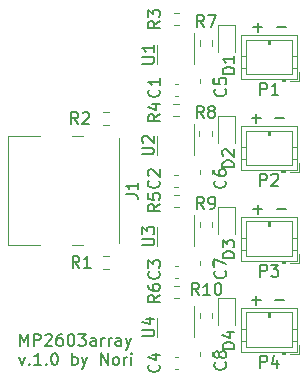
<source format=gto>
G04 #@! TF.GenerationSoftware,KiCad,Pcbnew,7.0.1*
G04 #@! TF.CreationDate,2024-03-07T21:27:49+09:00*
G04 #@! TF.ProjectId,MP2603-array,4d503236-3033-42d6-9172-7261792e6b69,rev?*
G04 #@! TF.SameCoordinates,PX94c5f00PY6bc3e40*
G04 #@! TF.FileFunction,Legend,Top*
G04 #@! TF.FilePolarity,Positive*
%FSLAX46Y46*%
G04 Gerber Fmt 4.6, Leading zero omitted, Abs format (unit mm)*
G04 Created by KiCad (PCBNEW 7.0.1) date 2024-03-07 21:27:49*
%MOMM*%
%LPD*%
G01*
G04 APERTURE LIST*
%ADD10C,0.150000*%
%ADD11C,0.120000*%
G04 APERTURE END LIST*
D10*
X20638095Y22103334D02*
X21400000Y22103334D01*
X21019047Y21722381D02*
X21019047Y22484286D01*
X22638095Y22103334D02*
X23400000Y22103334D01*
X20738095Y29803334D02*
X21500000Y29803334D01*
X21119047Y29422381D02*
X21119047Y30184286D01*
X22738095Y29803334D02*
X23500000Y29803334D01*
X20738095Y14403334D02*
X21500000Y14403334D01*
X21119047Y14022381D02*
X21119047Y14784286D01*
X22738095Y14403334D02*
X23500000Y14403334D01*
X1038095Y2842381D02*
X1038095Y3842381D01*
X1038095Y3842381D02*
X1371428Y3128096D01*
X1371428Y3128096D02*
X1704761Y3842381D01*
X1704761Y3842381D02*
X1704761Y2842381D01*
X2180952Y2842381D02*
X2180952Y3842381D01*
X2180952Y3842381D02*
X2561904Y3842381D01*
X2561904Y3842381D02*
X2657142Y3794762D01*
X2657142Y3794762D02*
X2704761Y3747143D01*
X2704761Y3747143D02*
X2752380Y3651905D01*
X2752380Y3651905D02*
X2752380Y3509048D01*
X2752380Y3509048D02*
X2704761Y3413810D01*
X2704761Y3413810D02*
X2657142Y3366191D01*
X2657142Y3366191D02*
X2561904Y3318572D01*
X2561904Y3318572D02*
X2180952Y3318572D01*
X3133333Y3747143D02*
X3180952Y3794762D01*
X3180952Y3794762D02*
X3276190Y3842381D01*
X3276190Y3842381D02*
X3514285Y3842381D01*
X3514285Y3842381D02*
X3609523Y3794762D01*
X3609523Y3794762D02*
X3657142Y3747143D01*
X3657142Y3747143D02*
X3704761Y3651905D01*
X3704761Y3651905D02*
X3704761Y3556667D01*
X3704761Y3556667D02*
X3657142Y3413810D01*
X3657142Y3413810D02*
X3085714Y2842381D01*
X3085714Y2842381D02*
X3704761Y2842381D01*
X4561904Y3842381D02*
X4371428Y3842381D01*
X4371428Y3842381D02*
X4276190Y3794762D01*
X4276190Y3794762D02*
X4228571Y3747143D01*
X4228571Y3747143D02*
X4133333Y3604286D01*
X4133333Y3604286D02*
X4085714Y3413810D01*
X4085714Y3413810D02*
X4085714Y3032858D01*
X4085714Y3032858D02*
X4133333Y2937620D01*
X4133333Y2937620D02*
X4180952Y2890000D01*
X4180952Y2890000D02*
X4276190Y2842381D01*
X4276190Y2842381D02*
X4466666Y2842381D01*
X4466666Y2842381D02*
X4561904Y2890000D01*
X4561904Y2890000D02*
X4609523Y2937620D01*
X4609523Y2937620D02*
X4657142Y3032858D01*
X4657142Y3032858D02*
X4657142Y3270953D01*
X4657142Y3270953D02*
X4609523Y3366191D01*
X4609523Y3366191D02*
X4561904Y3413810D01*
X4561904Y3413810D02*
X4466666Y3461429D01*
X4466666Y3461429D02*
X4276190Y3461429D01*
X4276190Y3461429D02*
X4180952Y3413810D01*
X4180952Y3413810D02*
X4133333Y3366191D01*
X4133333Y3366191D02*
X4085714Y3270953D01*
X5276190Y3842381D02*
X5371428Y3842381D01*
X5371428Y3842381D02*
X5466666Y3794762D01*
X5466666Y3794762D02*
X5514285Y3747143D01*
X5514285Y3747143D02*
X5561904Y3651905D01*
X5561904Y3651905D02*
X5609523Y3461429D01*
X5609523Y3461429D02*
X5609523Y3223334D01*
X5609523Y3223334D02*
X5561904Y3032858D01*
X5561904Y3032858D02*
X5514285Y2937620D01*
X5514285Y2937620D02*
X5466666Y2890000D01*
X5466666Y2890000D02*
X5371428Y2842381D01*
X5371428Y2842381D02*
X5276190Y2842381D01*
X5276190Y2842381D02*
X5180952Y2890000D01*
X5180952Y2890000D02*
X5133333Y2937620D01*
X5133333Y2937620D02*
X5085714Y3032858D01*
X5085714Y3032858D02*
X5038095Y3223334D01*
X5038095Y3223334D02*
X5038095Y3461429D01*
X5038095Y3461429D02*
X5085714Y3651905D01*
X5085714Y3651905D02*
X5133333Y3747143D01*
X5133333Y3747143D02*
X5180952Y3794762D01*
X5180952Y3794762D02*
X5276190Y3842381D01*
X5942857Y3842381D02*
X6561904Y3842381D01*
X6561904Y3842381D02*
X6228571Y3461429D01*
X6228571Y3461429D02*
X6371428Y3461429D01*
X6371428Y3461429D02*
X6466666Y3413810D01*
X6466666Y3413810D02*
X6514285Y3366191D01*
X6514285Y3366191D02*
X6561904Y3270953D01*
X6561904Y3270953D02*
X6561904Y3032858D01*
X6561904Y3032858D02*
X6514285Y2937620D01*
X6514285Y2937620D02*
X6466666Y2890000D01*
X6466666Y2890000D02*
X6371428Y2842381D01*
X6371428Y2842381D02*
X6085714Y2842381D01*
X6085714Y2842381D02*
X5990476Y2890000D01*
X5990476Y2890000D02*
X5942857Y2937620D01*
X7419047Y2842381D02*
X7419047Y3366191D01*
X7419047Y3366191D02*
X7371428Y3461429D01*
X7371428Y3461429D02*
X7276190Y3509048D01*
X7276190Y3509048D02*
X7085714Y3509048D01*
X7085714Y3509048D02*
X6990476Y3461429D01*
X7419047Y2890000D02*
X7323809Y2842381D01*
X7323809Y2842381D02*
X7085714Y2842381D01*
X7085714Y2842381D02*
X6990476Y2890000D01*
X6990476Y2890000D02*
X6942857Y2985239D01*
X6942857Y2985239D02*
X6942857Y3080477D01*
X6942857Y3080477D02*
X6990476Y3175715D01*
X6990476Y3175715D02*
X7085714Y3223334D01*
X7085714Y3223334D02*
X7323809Y3223334D01*
X7323809Y3223334D02*
X7419047Y3270953D01*
X7895238Y2842381D02*
X7895238Y3509048D01*
X7895238Y3318572D02*
X7942857Y3413810D01*
X7942857Y3413810D02*
X7990476Y3461429D01*
X7990476Y3461429D02*
X8085714Y3509048D01*
X8085714Y3509048D02*
X8180952Y3509048D01*
X8514286Y2842381D02*
X8514286Y3509048D01*
X8514286Y3318572D02*
X8561905Y3413810D01*
X8561905Y3413810D02*
X8609524Y3461429D01*
X8609524Y3461429D02*
X8704762Y3509048D01*
X8704762Y3509048D02*
X8800000Y3509048D01*
X9561905Y2842381D02*
X9561905Y3366191D01*
X9561905Y3366191D02*
X9514286Y3461429D01*
X9514286Y3461429D02*
X9419048Y3509048D01*
X9419048Y3509048D02*
X9228572Y3509048D01*
X9228572Y3509048D02*
X9133334Y3461429D01*
X9561905Y2890000D02*
X9466667Y2842381D01*
X9466667Y2842381D02*
X9228572Y2842381D01*
X9228572Y2842381D02*
X9133334Y2890000D01*
X9133334Y2890000D02*
X9085715Y2985239D01*
X9085715Y2985239D02*
X9085715Y3080477D01*
X9085715Y3080477D02*
X9133334Y3175715D01*
X9133334Y3175715D02*
X9228572Y3223334D01*
X9228572Y3223334D02*
X9466667Y3223334D01*
X9466667Y3223334D02*
X9561905Y3270953D01*
X9942858Y3509048D02*
X10180953Y2842381D01*
X10419048Y3509048D02*
X10180953Y2842381D01*
X10180953Y2842381D02*
X10085715Y2604286D01*
X10085715Y2604286D02*
X10038096Y2556667D01*
X10038096Y2556667D02*
X9942858Y2509048D01*
X942857Y1889048D02*
X1180952Y1222381D01*
X1180952Y1222381D02*
X1419047Y1889048D01*
X1800000Y1317620D02*
X1847619Y1270000D01*
X1847619Y1270000D02*
X1800000Y1222381D01*
X1800000Y1222381D02*
X1752381Y1270000D01*
X1752381Y1270000D02*
X1800000Y1317620D01*
X1800000Y1317620D02*
X1800000Y1222381D01*
X2799999Y1222381D02*
X2228571Y1222381D01*
X2514285Y1222381D02*
X2514285Y2222381D01*
X2514285Y2222381D02*
X2419047Y2079524D01*
X2419047Y2079524D02*
X2323809Y1984286D01*
X2323809Y1984286D02*
X2228571Y1936667D01*
X3228571Y1317620D02*
X3276190Y1270000D01*
X3276190Y1270000D02*
X3228571Y1222381D01*
X3228571Y1222381D02*
X3180952Y1270000D01*
X3180952Y1270000D02*
X3228571Y1317620D01*
X3228571Y1317620D02*
X3228571Y1222381D01*
X3895237Y2222381D02*
X3990475Y2222381D01*
X3990475Y2222381D02*
X4085713Y2174762D01*
X4085713Y2174762D02*
X4133332Y2127143D01*
X4133332Y2127143D02*
X4180951Y2031905D01*
X4180951Y2031905D02*
X4228570Y1841429D01*
X4228570Y1841429D02*
X4228570Y1603334D01*
X4228570Y1603334D02*
X4180951Y1412858D01*
X4180951Y1412858D02*
X4133332Y1317620D01*
X4133332Y1317620D02*
X4085713Y1270000D01*
X4085713Y1270000D02*
X3990475Y1222381D01*
X3990475Y1222381D02*
X3895237Y1222381D01*
X3895237Y1222381D02*
X3799999Y1270000D01*
X3799999Y1270000D02*
X3752380Y1317620D01*
X3752380Y1317620D02*
X3704761Y1412858D01*
X3704761Y1412858D02*
X3657142Y1603334D01*
X3657142Y1603334D02*
X3657142Y1841429D01*
X3657142Y1841429D02*
X3704761Y2031905D01*
X3704761Y2031905D02*
X3752380Y2127143D01*
X3752380Y2127143D02*
X3799999Y2174762D01*
X3799999Y2174762D02*
X3895237Y2222381D01*
X5419047Y1222381D02*
X5419047Y2222381D01*
X5419047Y1841429D02*
X5514285Y1889048D01*
X5514285Y1889048D02*
X5704761Y1889048D01*
X5704761Y1889048D02*
X5799999Y1841429D01*
X5799999Y1841429D02*
X5847618Y1793810D01*
X5847618Y1793810D02*
X5895237Y1698572D01*
X5895237Y1698572D02*
X5895237Y1412858D01*
X5895237Y1412858D02*
X5847618Y1317620D01*
X5847618Y1317620D02*
X5799999Y1270000D01*
X5799999Y1270000D02*
X5704761Y1222381D01*
X5704761Y1222381D02*
X5514285Y1222381D01*
X5514285Y1222381D02*
X5419047Y1270000D01*
X6228571Y1889048D02*
X6466666Y1222381D01*
X6704761Y1889048D02*
X6466666Y1222381D01*
X6466666Y1222381D02*
X6371428Y984286D01*
X6371428Y984286D02*
X6323809Y936667D01*
X6323809Y936667D02*
X6228571Y889048D01*
X7847619Y1222381D02*
X7847619Y2222381D01*
X7847619Y2222381D02*
X8419047Y1222381D01*
X8419047Y1222381D02*
X8419047Y2222381D01*
X9038095Y1222381D02*
X8942857Y1270000D01*
X8942857Y1270000D02*
X8895238Y1317620D01*
X8895238Y1317620D02*
X8847619Y1412858D01*
X8847619Y1412858D02*
X8847619Y1698572D01*
X8847619Y1698572D02*
X8895238Y1793810D01*
X8895238Y1793810D02*
X8942857Y1841429D01*
X8942857Y1841429D02*
X9038095Y1889048D01*
X9038095Y1889048D02*
X9180952Y1889048D01*
X9180952Y1889048D02*
X9276190Y1841429D01*
X9276190Y1841429D02*
X9323809Y1793810D01*
X9323809Y1793810D02*
X9371428Y1698572D01*
X9371428Y1698572D02*
X9371428Y1412858D01*
X9371428Y1412858D02*
X9323809Y1317620D01*
X9323809Y1317620D02*
X9276190Y1270000D01*
X9276190Y1270000D02*
X9180952Y1222381D01*
X9180952Y1222381D02*
X9038095Y1222381D01*
X9800000Y1222381D02*
X9800000Y1889048D01*
X9800000Y1698572D02*
X9847619Y1793810D01*
X9847619Y1793810D02*
X9895238Y1841429D01*
X9895238Y1841429D02*
X9990476Y1889048D01*
X9990476Y1889048D02*
X10085714Y1889048D01*
X10419048Y1222381D02*
X10419048Y1889048D01*
X10419048Y2222381D02*
X10371429Y2174762D01*
X10371429Y2174762D02*
X10419048Y2127143D01*
X10419048Y2127143D02*
X10466667Y2174762D01*
X10466667Y2174762D02*
X10419048Y2222381D01*
X10419048Y2222381D02*
X10419048Y2127143D01*
X20638095Y6703334D02*
X21400000Y6703334D01*
X21019047Y6322381D02*
X21019047Y7084286D01*
X22638095Y6703334D02*
X23400000Y6703334D01*
X18342380Y16833334D02*
X18390000Y16785715D01*
X18390000Y16785715D02*
X18437619Y16642858D01*
X18437619Y16642858D02*
X18437619Y16547620D01*
X18437619Y16547620D02*
X18390000Y16404763D01*
X18390000Y16404763D02*
X18294761Y16309525D01*
X18294761Y16309525D02*
X18199523Y16261906D01*
X18199523Y16261906D02*
X18009047Y16214287D01*
X18009047Y16214287D02*
X17866190Y16214287D01*
X17866190Y16214287D02*
X17675714Y16261906D01*
X17675714Y16261906D02*
X17580476Y16309525D01*
X17580476Y16309525D02*
X17485238Y16404763D01*
X17485238Y16404763D02*
X17437619Y16547620D01*
X17437619Y16547620D02*
X17437619Y16642858D01*
X17437619Y16642858D02*
X17485238Y16785715D01*
X17485238Y16785715D02*
X17532857Y16833334D01*
X17437619Y17690477D02*
X17437619Y17500001D01*
X17437619Y17500001D02*
X17485238Y17404763D01*
X17485238Y17404763D02*
X17532857Y17357144D01*
X17532857Y17357144D02*
X17675714Y17261906D01*
X17675714Y17261906D02*
X17866190Y17214287D01*
X17866190Y17214287D02*
X18247142Y17214287D01*
X18247142Y17214287D02*
X18342380Y17261906D01*
X18342380Y17261906D02*
X18390000Y17309525D01*
X18390000Y17309525D02*
X18437619Y17404763D01*
X18437619Y17404763D02*
X18437619Y17595239D01*
X18437619Y17595239D02*
X18390000Y17690477D01*
X18390000Y17690477D02*
X18342380Y17738096D01*
X18342380Y17738096D02*
X18247142Y17785715D01*
X18247142Y17785715D02*
X18009047Y17785715D01*
X18009047Y17785715D02*
X17913809Y17738096D01*
X17913809Y17738096D02*
X17866190Y17690477D01*
X17866190Y17690477D02*
X17818571Y17595239D01*
X17818571Y17595239D02*
X17818571Y17404763D01*
X17818571Y17404763D02*
X17866190Y17309525D01*
X17866190Y17309525D02*
X17913809Y17261906D01*
X17913809Y17261906D02*
X18009047Y17214287D01*
X12862619Y30333334D02*
X12386428Y30000001D01*
X12862619Y29761906D02*
X11862619Y29761906D01*
X11862619Y29761906D02*
X11862619Y30142858D01*
X11862619Y30142858D02*
X11910238Y30238096D01*
X11910238Y30238096D02*
X11957857Y30285715D01*
X11957857Y30285715D02*
X12053095Y30333334D01*
X12053095Y30333334D02*
X12195952Y30333334D01*
X12195952Y30333334D02*
X12291190Y30285715D01*
X12291190Y30285715D02*
X12338809Y30238096D01*
X12338809Y30238096D02*
X12386428Y30142858D01*
X12386428Y30142858D02*
X12386428Y29761906D01*
X11862619Y30666668D02*
X11862619Y31285715D01*
X11862619Y31285715D02*
X12243571Y30952382D01*
X12243571Y30952382D02*
X12243571Y31095239D01*
X12243571Y31095239D02*
X12291190Y31190477D01*
X12291190Y31190477D02*
X12338809Y31238096D01*
X12338809Y31238096D02*
X12434047Y31285715D01*
X12434047Y31285715D02*
X12672142Y31285715D01*
X12672142Y31285715D02*
X12767380Y31238096D01*
X12767380Y31238096D02*
X12815000Y31190477D01*
X12815000Y31190477D02*
X12862619Y31095239D01*
X12862619Y31095239D02*
X12862619Y30809525D01*
X12862619Y30809525D02*
X12815000Y30714287D01*
X12815000Y30714287D02*
X12767380Y30666668D01*
X19162619Y10261906D02*
X18162619Y10261906D01*
X18162619Y10261906D02*
X18162619Y10500001D01*
X18162619Y10500001D02*
X18210238Y10642858D01*
X18210238Y10642858D02*
X18305476Y10738096D01*
X18305476Y10738096D02*
X18400714Y10785715D01*
X18400714Y10785715D02*
X18591190Y10833334D01*
X18591190Y10833334D02*
X18734047Y10833334D01*
X18734047Y10833334D02*
X18924523Y10785715D01*
X18924523Y10785715D02*
X19019761Y10738096D01*
X19019761Y10738096D02*
X19115000Y10642858D01*
X19115000Y10642858D02*
X19162619Y10500001D01*
X19162619Y10500001D02*
X19162619Y10261906D01*
X18162619Y11166668D02*
X18162619Y11785715D01*
X18162619Y11785715D02*
X18543571Y11452382D01*
X18543571Y11452382D02*
X18543571Y11595239D01*
X18543571Y11595239D02*
X18591190Y11690477D01*
X18591190Y11690477D02*
X18638809Y11738096D01*
X18638809Y11738096D02*
X18734047Y11785715D01*
X18734047Y11785715D02*
X18972142Y11785715D01*
X18972142Y11785715D02*
X19067380Y11738096D01*
X19067380Y11738096D02*
X19115000Y11690477D01*
X19115000Y11690477D02*
X19162619Y11595239D01*
X19162619Y11595239D02*
X19162619Y11309525D01*
X19162619Y11309525D02*
X19115000Y11214287D01*
X19115000Y11214287D02*
X19067380Y11166668D01*
X18367380Y1433334D02*
X18415000Y1385715D01*
X18415000Y1385715D02*
X18462619Y1242858D01*
X18462619Y1242858D02*
X18462619Y1147620D01*
X18462619Y1147620D02*
X18415000Y1004763D01*
X18415000Y1004763D02*
X18319761Y909525D01*
X18319761Y909525D02*
X18224523Y861906D01*
X18224523Y861906D02*
X18034047Y814287D01*
X18034047Y814287D02*
X17891190Y814287D01*
X17891190Y814287D02*
X17700714Y861906D01*
X17700714Y861906D02*
X17605476Y909525D01*
X17605476Y909525D02*
X17510238Y1004763D01*
X17510238Y1004763D02*
X17462619Y1147620D01*
X17462619Y1147620D02*
X17462619Y1242858D01*
X17462619Y1242858D02*
X17510238Y1385715D01*
X17510238Y1385715D02*
X17557857Y1433334D01*
X17891190Y2004763D02*
X17843571Y1909525D01*
X17843571Y1909525D02*
X17795952Y1861906D01*
X17795952Y1861906D02*
X17700714Y1814287D01*
X17700714Y1814287D02*
X17653095Y1814287D01*
X17653095Y1814287D02*
X17557857Y1861906D01*
X17557857Y1861906D02*
X17510238Y1909525D01*
X17510238Y1909525D02*
X17462619Y2004763D01*
X17462619Y2004763D02*
X17462619Y2195239D01*
X17462619Y2195239D02*
X17510238Y2290477D01*
X17510238Y2290477D02*
X17557857Y2338096D01*
X17557857Y2338096D02*
X17653095Y2385715D01*
X17653095Y2385715D02*
X17700714Y2385715D01*
X17700714Y2385715D02*
X17795952Y2338096D01*
X17795952Y2338096D02*
X17843571Y2290477D01*
X17843571Y2290477D02*
X17891190Y2195239D01*
X17891190Y2195239D02*
X17891190Y2004763D01*
X17891190Y2004763D02*
X17938809Y1909525D01*
X17938809Y1909525D02*
X17986428Y1861906D01*
X17986428Y1861906D02*
X18081666Y1814287D01*
X18081666Y1814287D02*
X18272142Y1814287D01*
X18272142Y1814287D02*
X18367380Y1861906D01*
X18367380Y1861906D02*
X18415000Y1909525D01*
X18415000Y1909525D02*
X18462619Y2004763D01*
X18462619Y2004763D02*
X18462619Y2195239D01*
X18462619Y2195239D02*
X18415000Y2290477D01*
X18415000Y2290477D02*
X18367380Y2338096D01*
X18367380Y2338096D02*
X18272142Y2385715D01*
X18272142Y2385715D02*
X18081666Y2385715D01*
X18081666Y2385715D02*
X17986428Y2338096D01*
X17986428Y2338096D02*
X17938809Y2290477D01*
X17938809Y2290477D02*
X17891190Y2195239D01*
X16583333Y29837381D02*
X16250000Y30313572D01*
X16011905Y29837381D02*
X16011905Y30837381D01*
X16011905Y30837381D02*
X16392857Y30837381D01*
X16392857Y30837381D02*
X16488095Y30789762D01*
X16488095Y30789762D02*
X16535714Y30742143D01*
X16535714Y30742143D02*
X16583333Y30646905D01*
X16583333Y30646905D02*
X16583333Y30504048D01*
X16583333Y30504048D02*
X16535714Y30408810D01*
X16535714Y30408810D02*
X16488095Y30361191D01*
X16488095Y30361191D02*
X16392857Y30313572D01*
X16392857Y30313572D02*
X16011905Y30313572D01*
X16916667Y30837381D02*
X17583333Y30837381D01*
X17583333Y30837381D02*
X17154762Y29837381D01*
X6033333Y9437381D02*
X5700000Y9913572D01*
X5461905Y9437381D02*
X5461905Y10437381D01*
X5461905Y10437381D02*
X5842857Y10437381D01*
X5842857Y10437381D02*
X5938095Y10389762D01*
X5938095Y10389762D02*
X5985714Y10342143D01*
X5985714Y10342143D02*
X6033333Y10246905D01*
X6033333Y10246905D02*
X6033333Y10104048D01*
X6033333Y10104048D02*
X5985714Y10008810D01*
X5985714Y10008810D02*
X5938095Y9961191D01*
X5938095Y9961191D02*
X5842857Y9913572D01*
X5842857Y9913572D02*
X5461905Y9913572D01*
X6985714Y9437381D02*
X6414286Y9437381D01*
X6700000Y9437381D02*
X6700000Y10437381D01*
X6700000Y10437381D02*
X6604762Y10294524D01*
X6604762Y10294524D02*
X6509524Y10199286D01*
X6509524Y10199286D02*
X6414286Y10151667D01*
X12862619Y7133334D02*
X12386428Y6800001D01*
X12862619Y6561906D02*
X11862619Y6561906D01*
X11862619Y6561906D02*
X11862619Y6942858D01*
X11862619Y6942858D02*
X11910238Y7038096D01*
X11910238Y7038096D02*
X11957857Y7085715D01*
X11957857Y7085715D02*
X12053095Y7133334D01*
X12053095Y7133334D02*
X12195952Y7133334D01*
X12195952Y7133334D02*
X12291190Y7085715D01*
X12291190Y7085715D02*
X12338809Y7038096D01*
X12338809Y7038096D02*
X12386428Y6942858D01*
X12386428Y6942858D02*
X12386428Y6561906D01*
X11862619Y7990477D02*
X11862619Y7800001D01*
X11862619Y7800001D02*
X11910238Y7704763D01*
X11910238Y7704763D02*
X11957857Y7657144D01*
X11957857Y7657144D02*
X12100714Y7561906D01*
X12100714Y7561906D02*
X12291190Y7514287D01*
X12291190Y7514287D02*
X12672142Y7514287D01*
X12672142Y7514287D02*
X12767380Y7561906D01*
X12767380Y7561906D02*
X12815000Y7609525D01*
X12815000Y7609525D02*
X12862619Y7704763D01*
X12862619Y7704763D02*
X12862619Y7895239D01*
X12862619Y7895239D02*
X12815000Y7990477D01*
X12815000Y7990477D02*
X12767380Y8038096D01*
X12767380Y8038096D02*
X12672142Y8085715D01*
X12672142Y8085715D02*
X12434047Y8085715D01*
X12434047Y8085715D02*
X12338809Y8038096D01*
X12338809Y8038096D02*
X12291190Y7990477D01*
X12291190Y7990477D02*
X12243571Y7895239D01*
X12243571Y7895239D02*
X12243571Y7704763D01*
X12243571Y7704763D02*
X12291190Y7609525D01*
X12291190Y7609525D02*
X12338809Y7561906D01*
X12338809Y7561906D02*
X12434047Y7514287D01*
X12767380Y24533334D02*
X12815000Y24485715D01*
X12815000Y24485715D02*
X12862619Y24342858D01*
X12862619Y24342858D02*
X12862619Y24247620D01*
X12862619Y24247620D02*
X12815000Y24104763D01*
X12815000Y24104763D02*
X12719761Y24009525D01*
X12719761Y24009525D02*
X12624523Y23961906D01*
X12624523Y23961906D02*
X12434047Y23914287D01*
X12434047Y23914287D02*
X12291190Y23914287D01*
X12291190Y23914287D02*
X12100714Y23961906D01*
X12100714Y23961906D02*
X12005476Y24009525D01*
X12005476Y24009525D02*
X11910238Y24104763D01*
X11910238Y24104763D02*
X11862619Y24247620D01*
X11862619Y24247620D02*
X11862619Y24342858D01*
X11862619Y24342858D02*
X11910238Y24485715D01*
X11910238Y24485715D02*
X11957857Y24533334D01*
X12862619Y25485715D02*
X12862619Y24914287D01*
X12862619Y25200001D02*
X11862619Y25200001D01*
X11862619Y25200001D02*
X12005476Y25104763D01*
X12005476Y25104763D02*
X12100714Y25009525D01*
X12100714Y25009525D02*
X12148333Y24914287D01*
X21361905Y994919D02*
X21361905Y1994919D01*
X21361905Y1994919D02*
X21742857Y1994919D01*
X21742857Y1994919D02*
X21838095Y1947300D01*
X21838095Y1947300D02*
X21885714Y1899681D01*
X21885714Y1899681D02*
X21933333Y1804443D01*
X21933333Y1804443D02*
X21933333Y1661586D01*
X21933333Y1661586D02*
X21885714Y1566348D01*
X21885714Y1566348D02*
X21838095Y1518729D01*
X21838095Y1518729D02*
X21742857Y1471110D01*
X21742857Y1471110D02*
X21361905Y1471110D01*
X22790476Y1661586D02*
X22790476Y994919D01*
X22552381Y2042538D02*
X22314286Y1328253D01*
X22314286Y1328253D02*
X22933333Y1328253D01*
X21361905Y24087381D02*
X21361905Y25087381D01*
X21361905Y25087381D02*
X21742857Y25087381D01*
X21742857Y25087381D02*
X21838095Y25039762D01*
X21838095Y25039762D02*
X21885714Y24992143D01*
X21885714Y24992143D02*
X21933333Y24896905D01*
X21933333Y24896905D02*
X21933333Y24754048D01*
X21933333Y24754048D02*
X21885714Y24658810D01*
X21885714Y24658810D02*
X21838095Y24611191D01*
X21838095Y24611191D02*
X21742857Y24563572D01*
X21742857Y24563572D02*
X21361905Y24563572D01*
X22885714Y24087381D02*
X22314286Y24087381D01*
X22600000Y24087381D02*
X22600000Y25087381D01*
X22600000Y25087381D02*
X22504762Y24944524D01*
X22504762Y24944524D02*
X22409524Y24849286D01*
X22409524Y24849286D02*
X22314286Y24801667D01*
X12767380Y1240872D02*
X12815000Y1193253D01*
X12815000Y1193253D02*
X12862619Y1050396D01*
X12862619Y1050396D02*
X12862619Y955158D01*
X12862619Y955158D02*
X12815000Y812301D01*
X12815000Y812301D02*
X12719761Y717063D01*
X12719761Y717063D02*
X12624523Y669444D01*
X12624523Y669444D02*
X12434047Y621825D01*
X12434047Y621825D02*
X12291190Y621825D01*
X12291190Y621825D02*
X12100714Y669444D01*
X12100714Y669444D02*
X12005476Y717063D01*
X12005476Y717063D02*
X11910238Y812301D01*
X11910238Y812301D02*
X11862619Y955158D01*
X11862619Y955158D02*
X11862619Y1050396D01*
X11862619Y1050396D02*
X11910238Y1193253D01*
X11910238Y1193253D02*
X11957857Y1240872D01*
X12195952Y2098015D02*
X12862619Y2098015D01*
X11815000Y1859920D02*
X12529285Y1621825D01*
X12529285Y1621825D02*
X12529285Y2240872D01*
X16583333Y14444919D02*
X16250000Y14921110D01*
X16011905Y14444919D02*
X16011905Y15444919D01*
X16011905Y15444919D02*
X16392857Y15444919D01*
X16392857Y15444919D02*
X16488095Y15397300D01*
X16488095Y15397300D02*
X16535714Y15349681D01*
X16535714Y15349681D02*
X16583333Y15254443D01*
X16583333Y15254443D02*
X16583333Y15111586D01*
X16583333Y15111586D02*
X16535714Y15016348D01*
X16535714Y15016348D02*
X16488095Y14968729D01*
X16488095Y14968729D02*
X16392857Y14921110D01*
X16392857Y14921110D02*
X16011905Y14921110D01*
X17059524Y14444919D02*
X17250000Y14444919D01*
X17250000Y14444919D02*
X17345238Y14492538D01*
X17345238Y14492538D02*
X17392857Y14540158D01*
X17392857Y14540158D02*
X17488095Y14683015D01*
X17488095Y14683015D02*
X17535714Y14873491D01*
X17535714Y14873491D02*
X17535714Y15254443D01*
X17535714Y15254443D02*
X17488095Y15349681D01*
X17488095Y15349681D02*
X17440476Y15397300D01*
X17440476Y15397300D02*
X17345238Y15444919D01*
X17345238Y15444919D02*
X17154762Y15444919D01*
X17154762Y15444919D02*
X17059524Y15397300D01*
X17059524Y15397300D02*
X17011905Y15349681D01*
X17011905Y15349681D02*
X16964286Y15254443D01*
X16964286Y15254443D02*
X16964286Y15016348D01*
X16964286Y15016348D02*
X17011905Y14921110D01*
X17011905Y14921110D02*
X17059524Y14873491D01*
X17059524Y14873491D02*
X17154762Y14825872D01*
X17154762Y14825872D02*
X17345238Y14825872D01*
X17345238Y14825872D02*
X17440476Y14873491D01*
X17440476Y14873491D02*
X17488095Y14921110D01*
X17488095Y14921110D02*
X17535714Y15016348D01*
X19162619Y2561906D02*
X18162619Y2561906D01*
X18162619Y2561906D02*
X18162619Y2800001D01*
X18162619Y2800001D02*
X18210238Y2942858D01*
X18210238Y2942858D02*
X18305476Y3038096D01*
X18305476Y3038096D02*
X18400714Y3085715D01*
X18400714Y3085715D02*
X18591190Y3133334D01*
X18591190Y3133334D02*
X18734047Y3133334D01*
X18734047Y3133334D02*
X18924523Y3085715D01*
X18924523Y3085715D02*
X19019761Y3038096D01*
X19019761Y3038096D02*
X19115000Y2942858D01*
X19115000Y2942858D02*
X19162619Y2800001D01*
X19162619Y2800001D02*
X19162619Y2561906D01*
X18495952Y3990477D02*
X19162619Y3990477D01*
X18115000Y3752382D02*
X18829285Y3514287D01*
X18829285Y3514287D02*
X18829285Y4133334D01*
X11362619Y26738096D02*
X12172142Y26738096D01*
X12172142Y26738096D02*
X12267380Y26785715D01*
X12267380Y26785715D02*
X12315000Y26833334D01*
X12315000Y26833334D02*
X12362619Y26928572D01*
X12362619Y26928572D02*
X12362619Y27119048D01*
X12362619Y27119048D02*
X12315000Y27214286D01*
X12315000Y27214286D02*
X12267380Y27261905D01*
X12267380Y27261905D02*
X12172142Y27309524D01*
X12172142Y27309524D02*
X11362619Y27309524D01*
X12362619Y28309524D02*
X12362619Y27738096D01*
X12362619Y28023810D02*
X11362619Y28023810D01*
X11362619Y28023810D02*
X11505476Y27928572D01*
X11505476Y27928572D02*
X11600714Y27833334D01*
X11600714Y27833334D02*
X11648333Y27738096D01*
X16157142Y7137381D02*
X15823809Y7613572D01*
X15585714Y7137381D02*
X15585714Y8137381D01*
X15585714Y8137381D02*
X15966666Y8137381D01*
X15966666Y8137381D02*
X16061904Y8089762D01*
X16061904Y8089762D02*
X16109523Y8042143D01*
X16109523Y8042143D02*
X16157142Y7946905D01*
X16157142Y7946905D02*
X16157142Y7804048D01*
X16157142Y7804048D02*
X16109523Y7708810D01*
X16109523Y7708810D02*
X16061904Y7661191D01*
X16061904Y7661191D02*
X15966666Y7613572D01*
X15966666Y7613572D02*
X15585714Y7613572D01*
X17109523Y7137381D02*
X16538095Y7137381D01*
X16823809Y7137381D02*
X16823809Y8137381D01*
X16823809Y8137381D02*
X16728571Y7994524D01*
X16728571Y7994524D02*
X16633333Y7899286D01*
X16633333Y7899286D02*
X16538095Y7851667D01*
X17728571Y8137381D02*
X17823809Y8137381D01*
X17823809Y8137381D02*
X17919047Y8089762D01*
X17919047Y8089762D02*
X17966666Y8042143D01*
X17966666Y8042143D02*
X18014285Y7946905D01*
X18014285Y7946905D02*
X18061904Y7756429D01*
X18061904Y7756429D02*
X18061904Y7518334D01*
X18061904Y7518334D02*
X18014285Y7327858D01*
X18014285Y7327858D02*
X17966666Y7232620D01*
X17966666Y7232620D02*
X17919047Y7185000D01*
X17919047Y7185000D02*
X17823809Y7137381D01*
X17823809Y7137381D02*
X17728571Y7137381D01*
X17728571Y7137381D02*
X17633333Y7185000D01*
X17633333Y7185000D02*
X17585714Y7232620D01*
X17585714Y7232620D02*
X17538095Y7327858D01*
X17538095Y7327858D02*
X17490476Y7518334D01*
X17490476Y7518334D02*
X17490476Y7756429D01*
X17490476Y7756429D02*
X17538095Y7946905D01*
X17538095Y7946905D02*
X17585714Y8042143D01*
X17585714Y8042143D02*
X17633333Y8089762D01*
X17633333Y8089762D02*
X17728571Y8137381D01*
X21336905Y16394919D02*
X21336905Y17394919D01*
X21336905Y17394919D02*
X21717857Y17394919D01*
X21717857Y17394919D02*
X21813095Y17347300D01*
X21813095Y17347300D02*
X21860714Y17299681D01*
X21860714Y17299681D02*
X21908333Y17204443D01*
X21908333Y17204443D02*
X21908333Y17061586D01*
X21908333Y17061586D02*
X21860714Y16966348D01*
X21860714Y16966348D02*
X21813095Y16918729D01*
X21813095Y16918729D02*
X21717857Y16871110D01*
X21717857Y16871110D02*
X21336905Y16871110D01*
X22289286Y17299681D02*
X22336905Y17347300D01*
X22336905Y17347300D02*
X22432143Y17394919D01*
X22432143Y17394919D02*
X22670238Y17394919D01*
X22670238Y17394919D02*
X22765476Y17347300D01*
X22765476Y17347300D02*
X22813095Y17299681D01*
X22813095Y17299681D02*
X22860714Y17204443D01*
X22860714Y17204443D02*
X22860714Y17109205D01*
X22860714Y17109205D02*
X22813095Y16966348D01*
X22813095Y16966348D02*
X22241667Y16394919D01*
X22241667Y16394919D02*
X22860714Y16394919D01*
X12767380Y9133334D02*
X12815000Y9085715D01*
X12815000Y9085715D02*
X12862619Y8942858D01*
X12862619Y8942858D02*
X12862619Y8847620D01*
X12862619Y8847620D02*
X12815000Y8704763D01*
X12815000Y8704763D02*
X12719761Y8609525D01*
X12719761Y8609525D02*
X12624523Y8561906D01*
X12624523Y8561906D02*
X12434047Y8514287D01*
X12434047Y8514287D02*
X12291190Y8514287D01*
X12291190Y8514287D02*
X12100714Y8561906D01*
X12100714Y8561906D02*
X12005476Y8609525D01*
X12005476Y8609525D02*
X11910238Y8704763D01*
X11910238Y8704763D02*
X11862619Y8847620D01*
X11862619Y8847620D02*
X11862619Y8942858D01*
X11862619Y8942858D02*
X11910238Y9085715D01*
X11910238Y9085715D02*
X11957857Y9133334D01*
X11862619Y9466668D02*
X11862619Y10085715D01*
X11862619Y10085715D02*
X12243571Y9752382D01*
X12243571Y9752382D02*
X12243571Y9895239D01*
X12243571Y9895239D02*
X12291190Y9990477D01*
X12291190Y9990477D02*
X12338809Y10038096D01*
X12338809Y10038096D02*
X12434047Y10085715D01*
X12434047Y10085715D02*
X12672142Y10085715D01*
X12672142Y10085715D02*
X12767380Y10038096D01*
X12767380Y10038096D02*
X12815000Y9990477D01*
X12815000Y9990477D02*
X12862619Y9895239D01*
X12862619Y9895239D02*
X12862619Y9609525D01*
X12862619Y9609525D02*
X12815000Y9514287D01*
X12815000Y9514287D02*
X12767380Y9466668D01*
X12742380Y16833334D02*
X12790000Y16785715D01*
X12790000Y16785715D02*
X12837619Y16642858D01*
X12837619Y16642858D02*
X12837619Y16547620D01*
X12837619Y16547620D02*
X12790000Y16404763D01*
X12790000Y16404763D02*
X12694761Y16309525D01*
X12694761Y16309525D02*
X12599523Y16261906D01*
X12599523Y16261906D02*
X12409047Y16214287D01*
X12409047Y16214287D02*
X12266190Y16214287D01*
X12266190Y16214287D02*
X12075714Y16261906D01*
X12075714Y16261906D02*
X11980476Y16309525D01*
X11980476Y16309525D02*
X11885238Y16404763D01*
X11885238Y16404763D02*
X11837619Y16547620D01*
X11837619Y16547620D02*
X11837619Y16642858D01*
X11837619Y16642858D02*
X11885238Y16785715D01*
X11885238Y16785715D02*
X11932857Y16833334D01*
X11932857Y17214287D02*
X11885238Y17261906D01*
X11885238Y17261906D02*
X11837619Y17357144D01*
X11837619Y17357144D02*
X11837619Y17595239D01*
X11837619Y17595239D02*
X11885238Y17690477D01*
X11885238Y17690477D02*
X11932857Y17738096D01*
X11932857Y17738096D02*
X12028095Y17785715D01*
X12028095Y17785715D02*
X12123333Y17785715D01*
X12123333Y17785715D02*
X12266190Y17738096D01*
X12266190Y17738096D02*
X12837619Y17166668D01*
X12837619Y17166668D02*
X12837619Y17785715D01*
X16558333Y22144919D02*
X16225000Y22621110D01*
X15986905Y22144919D02*
X15986905Y23144919D01*
X15986905Y23144919D02*
X16367857Y23144919D01*
X16367857Y23144919D02*
X16463095Y23097300D01*
X16463095Y23097300D02*
X16510714Y23049681D01*
X16510714Y23049681D02*
X16558333Y22954443D01*
X16558333Y22954443D02*
X16558333Y22811586D01*
X16558333Y22811586D02*
X16510714Y22716348D01*
X16510714Y22716348D02*
X16463095Y22668729D01*
X16463095Y22668729D02*
X16367857Y22621110D01*
X16367857Y22621110D02*
X15986905Y22621110D01*
X17129762Y22716348D02*
X17034524Y22763967D01*
X17034524Y22763967D02*
X16986905Y22811586D01*
X16986905Y22811586D02*
X16939286Y22906824D01*
X16939286Y22906824D02*
X16939286Y22954443D01*
X16939286Y22954443D02*
X16986905Y23049681D01*
X16986905Y23049681D02*
X17034524Y23097300D01*
X17034524Y23097300D02*
X17129762Y23144919D01*
X17129762Y23144919D02*
X17320238Y23144919D01*
X17320238Y23144919D02*
X17415476Y23097300D01*
X17415476Y23097300D02*
X17463095Y23049681D01*
X17463095Y23049681D02*
X17510714Y22954443D01*
X17510714Y22954443D02*
X17510714Y22906824D01*
X17510714Y22906824D02*
X17463095Y22811586D01*
X17463095Y22811586D02*
X17415476Y22763967D01*
X17415476Y22763967D02*
X17320238Y22716348D01*
X17320238Y22716348D02*
X17129762Y22716348D01*
X17129762Y22716348D02*
X17034524Y22668729D01*
X17034524Y22668729D02*
X16986905Y22621110D01*
X16986905Y22621110D02*
X16939286Y22525872D01*
X16939286Y22525872D02*
X16939286Y22335396D01*
X16939286Y22335396D02*
X16986905Y22240158D01*
X16986905Y22240158D02*
X17034524Y22192538D01*
X17034524Y22192538D02*
X17129762Y22144919D01*
X17129762Y22144919D02*
X17320238Y22144919D01*
X17320238Y22144919D02*
X17415476Y22192538D01*
X17415476Y22192538D02*
X17463095Y22240158D01*
X17463095Y22240158D02*
X17510714Y22335396D01*
X17510714Y22335396D02*
X17510714Y22525872D01*
X17510714Y22525872D02*
X17463095Y22621110D01*
X17463095Y22621110D02*
X17415476Y22668729D01*
X17415476Y22668729D02*
X17320238Y22716348D01*
X21361905Y8694919D02*
X21361905Y9694919D01*
X21361905Y9694919D02*
X21742857Y9694919D01*
X21742857Y9694919D02*
X21838095Y9647300D01*
X21838095Y9647300D02*
X21885714Y9599681D01*
X21885714Y9599681D02*
X21933333Y9504443D01*
X21933333Y9504443D02*
X21933333Y9361586D01*
X21933333Y9361586D02*
X21885714Y9266348D01*
X21885714Y9266348D02*
X21838095Y9218729D01*
X21838095Y9218729D02*
X21742857Y9171110D01*
X21742857Y9171110D02*
X21361905Y9171110D01*
X22266667Y9694919D02*
X22885714Y9694919D01*
X22885714Y9694919D02*
X22552381Y9313967D01*
X22552381Y9313967D02*
X22695238Y9313967D01*
X22695238Y9313967D02*
X22790476Y9266348D01*
X22790476Y9266348D02*
X22838095Y9218729D01*
X22838095Y9218729D02*
X22885714Y9123491D01*
X22885714Y9123491D02*
X22885714Y8885396D01*
X22885714Y8885396D02*
X22838095Y8790158D01*
X22838095Y8790158D02*
X22790476Y8742538D01*
X22790476Y8742538D02*
X22695238Y8694919D01*
X22695238Y8694919D02*
X22409524Y8694919D01*
X22409524Y8694919D02*
X22314286Y8742538D01*
X22314286Y8742538D02*
X22266667Y8790158D01*
X19137619Y17961906D02*
X18137619Y17961906D01*
X18137619Y17961906D02*
X18137619Y18200001D01*
X18137619Y18200001D02*
X18185238Y18342858D01*
X18185238Y18342858D02*
X18280476Y18438096D01*
X18280476Y18438096D02*
X18375714Y18485715D01*
X18375714Y18485715D02*
X18566190Y18533334D01*
X18566190Y18533334D02*
X18709047Y18533334D01*
X18709047Y18533334D02*
X18899523Y18485715D01*
X18899523Y18485715D02*
X18994761Y18438096D01*
X18994761Y18438096D02*
X19090000Y18342858D01*
X19090000Y18342858D02*
X19137619Y18200001D01*
X19137619Y18200001D02*
X19137619Y17961906D01*
X18232857Y18914287D02*
X18185238Y18961906D01*
X18185238Y18961906D02*
X18137619Y19057144D01*
X18137619Y19057144D02*
X18137619Y19295239D01*
X18137619Y19295239D02*
X18185238Y19390477D01*
X18185238Y19390477D02*
X18232857Y19438096D01*
X18232857Y19438096D02*
X18328095Y19485715D01*
X18328095Y19485715D02*
X18423333Y19485715D01*
X18423333Y19485715D02*
X18566190Y19438096D01*
X18566190Y19438096D02*
X19137619Y18866668D01*
X19137619Y18866668D02*
X19137619Y19485715D01*
X11337619Y19045634D02*
X12147142Y19045634D01*
X12147142Y19045634D02*
X12242380Y19093253D01*
X12242380Y19093253D02*
X12290000Y19140872D01*
X12290000Y19140872D02*
X12337619Y19236110D01*
X12337619Y19236110D02*
X12337619Y19426586D01*
X12337619Y19426586D02*
X12290000Y19521824D01*
X12290000Y19521824D02*
X12242380Y19569443D01*
X12242380Y19569443D02*
X12147142Y19617062D01*
X12147142Y19617062D02*
X11337619Y19617062D01*
X11432857Y20045634D02*
X11385238Y20093253D01*
X11385238Y20093253D02*
X11337619Y20188491D01*
X11337619Y20188491D02*
X11337619Y20426586D01*
X11337619Y20426586D02*
X11385238Y20521824D01*
X11385238Y20521824D02*
X11432857Y20569443D01*
X11432857Y20569443D02*
X11528095Y20617062D01*
X11528095Y20617062D02*
X11623333Y20617062D01*
X11623333Y20617062D02*
X11766190Y20569443D01*
X11766190Y20569443D02*
X12337619Y19998015D01*
X12337619Y19998015D02*
X12337619Y20617062D01*
X5933333Y21637381D02*
X5600000Y22113572D01*
X5361905Y21637381D02*
X5361905Y22637381D01*
X5361905Y22637381D02*
X5742857Y22637381D01*
X5742857Y22637381D02*
X5838095Y22589762D01*
X5838095Y22589762D02*
X5885714Y22542143D01*
X5885714Y22542143D02*
X5933333Y22446905D01*
X5933333Y22446905D02*
X5933333Y22304048D01*
X5933333Y22304048D02*
X5885714Y22208810D01*
X5885714Y22208810D02*
X5838095Y22161191D01*
X5838095Y22161191D02*
X5742857Y22113572D01*
X5742857Y22113572D02*
X5361905Y22113572D01*
X6314286Y22542143D02*
X6361905Y22589762D01*
X6361905Y22589762D02*
X6457143Y22637381D01*
X6457143Y22637381D02*
X6695238Y22637381D01*
X6695238Y22637381D02*
X6790476Y22589762D01*
X6790476Y22589762D02*
X6838095Y22542143D01*
X6838095Y22542143D02*
X6885714Y22446905D01*
X6885714Y22446905D02*
X6885714Y22351667D01*
X6885714Y22351667D02*
X6838095Y22208810D01*
X6838095Y22208810D02*
X6266667Y21637381D01*
X6266667Y21637381D02*
X6885714Y21637381D01*
X19162619Y25861906D02*
X18162619Y25861906D01*
X18162619Y25861906D02*
X18162619Y26100001D01*
X18162619Y26100001D02*
X18210238Y26242858D01*
X18210238Y26242858D02*
X18305476Y26338096D01*
X18305476Y26338096D02*
X18400714Y26385715D01*
X18400714Y26385715D02*
X18591190Y26433334D01*
X18591190Y26433334D02*
X18734047Y26433334D01*
X18734047Y26433334D02*
X18924523Y26385715D01*
X18924523Y26385715D02*
X19019761Y26338096D01*
X19019761Y26338096D02*
X19115000Y26242858D01*
X19115000Y26242858D02*
X19162619Y26100001D01*
X19162619Y26100001D02*
X19162619Y25861906D01*
X19162619Y27385715D02*
X19162619Y26814287D01*
X19162619Y27100001D02*
X18162619Y27100001D01*
X18162619Y27100001D02*
X18305476Y27004763D01*
X18305476Y27004763D02*
X18400714Y26909525D01*
X18400714Y26909525D02*
X18448333Y26814287D01*
X18367380Y9190872D02*
X18415000Y9143253D01*
X18415000Y9143253D02*
X18462619Y9000396D01*
X18462619Y9000396D02*
X18462619Y8905158D01*
X18462619Y8905158D02*
X18415000Y8762301D01*
X18415000Y8762301D02*
X18319761Y8667063D01*
X18319761Y8667063D02*
X18224523Y8619444D01*
X18224523Y8619444D02*
X18034047Y8571825D01*
X18034047Y8571825D02*
X17891190Y8571825D01*
X17891190Y8571825D02*
X17700714Y8619444D01*
X17700714Y8619444D02*
X17605476Y8667063D01*
X17605476Y8667063D02*
X17510238Y8762301D01*
X17510238Y8762301D02*
X17462619Y8905158D01*
X17462619Y8905158D02*
X17462619Y9000396D01*
X17462619Y9000396D02*
X17510238Y9143253D01*
X17510238Y9143253D02*
X17557857Y9190872D01*
X17462619Y9524206D02*
X17462619Y10190872D01*
X17462619Y10190872D02*
X18462619Y9762301D01*
X11362619Y11345634D02*
X12172142Y11345634D01*
X12172142Y11345634D02*
X12267380Y11393253D01*
X12267380Y11393253D02*
X12315000Y11440872D01*
X12315000Y11440872D02*
X12362619Y11536110D01*
X12362619Y11536110D02*
X12362619Y11726586D01*
X12362619Y11726586D02*
X12315000Y11821824D01*
X12315000Y11821824D02*
X12267380Y11869443D01*
X12267380Y11869443D02*
X12172142Y11917062D01*
X12172142Y11917062D02*
X11362619Y11917062D01*
X11362619Y12298015D02*
X11362619Y12917062D01*
X11362619Y12917062D02*
X11743571Y12583729D01*
X11743571Y12583729D02*
X11743571Y12726586D01*
X11743571Y12726586D02*
X11791190Y12821824D01*
X11791190Y12821824D02*
X11838809Y12869443D01*
X11838809Y12869443D02*
X11934047Y12917062D01*
X11934047Y12917062D02*
X12172142Y12917062D01*
X12172142Y12917062D02*
X12267380Y12869443D01*
X12267380Y12869443D02*
X12315000Y12821824D01*
X12315000Y12821824D02*
X12362619Y12726586D01*
X12362619Y12726586D02*
X12362619Y12440872D01*
X12362619Y12440872D02*
X12315000Y12345634D01*
X12315000Y12345634D02*
X12267380Y12298015D01*
X9987619Y15666667D02*
X10701904Y15666667D01*
X10701904Y15666667D02*
X10844761Y15619048D01*
X10844761Y15619048D02*
X10940000Y15523810D01*
X10940000Y15523810D02*
X10987619Y15380953D01*
X10987619Y15380953D02*
X10987619Y15285715D01*
X10987619Y16666667D02*
X10987619Y16095239D01*
X10987619Y16380953D02*
X9987619Y16380953D01*
X9987619Y16380953D02*
X10130476Y16285715D01*
X10130476Y16285715D02*
X10225714Y16190477D01*
X10225714Y16190477D02*
X10273333Y16095239D01*
X18367380Y24583334D02*
X18415000Y24535715D01*
X18415000Y24535715D02*
X18462619Y24392858D01*
X18462619Y24392858D02*
X18462619Y24297620D01*
X18462619Y24297620D02*
X18415000Y24154763D01*
X18415000Y24154763D02*
X18319761Y24059525D01*
X18319761Y24059525D02*
X18224523Y24011906D01*
X18224523Y24011906D02*
X18034047Y23964287D01*
X18034047Y23964287D02*
X17891190Y23964287D01*
X17891190Y23964287D02*
X17700714Y24011906D01*
X17700714Y24011906D02*
X17605476Y24059525D01*
X17605476Y24059525D02*
X17510238Y24154763D01*
X17510238Y24154763D02*
X17462619Y24297620D01*
X17462619Y24297620D02*
X17462619Y24392858D01*
X17462619Y24392858D02*
X17510238Y24535715D01*
X17510238Y24535715D02*
X17557857Y24583334D01*
X17462619Y25488096D02*
X17462619Y25011906D01*
X17462619Y25011906D02*
X17938809Y24964287D01*
X17938809Y24964287D02*
X17891190Y25011906D01*
X17891190Y25011906D02*
X17843571Y25107144D01*
X17843571Y25107144D02*
X17843571Y25345239D01*
X17843571Y25345239D02*
X17891190Y25440477D01*
X17891190Y25440477D02*
X17938809Y25488096D01*
X17938809Y25488096D02*
X18034047Y25535715D01*
X18034047Y25535715D02*
X18272142Y25535715D01*
X18272142Y25535715D02*
X18367380Y25488096D01*
X18367380Y25488096D02*
X18415000Y25440477D01*
X18415000Y25440477D02*
X18462619Y25345239D01*
X18462619Y25345239D02*
X18462619Y25107144D01*
X18462619Y25107144D02*
X18415000Y25011906D01*
X18415000Y25011906D02*
X18367380Y24964287D01*
X12862619Y22433334D02*
X12386428Y22100001D01*
X12862619Y21861906D02*
X11862619Y21861906D01*
X11862619Y21861906D02*
X11862619Y22242858D01*
X11862619Y22242858D02*
X11910238Y22338096D01*
X11910238Y22338096D02*
X11957857Y22385715D01*
X11957857Y22385715D02*
X12053095Y22433334D01*
X12053095Y22433334D02*
X12195952Y22433334D01*
X12195952Y22433334D02*
X12291190Y22385715D01*
X12291190Y22385715D02*
X12338809Y22338096D01*
X12338809Y22338096D02*
X12386428Y22242858D01*
X12386428Y22242858D02*
X12386428Y21861906D01*
X12195952Y23290477D02*
X12862619Y23290477D01*
X11815000Y23052382D02*
X12529285Y22814287D01*
X12529285Y22814287D02*
X12529285Y23433334D01*
X11362619Y3645634D02*
X12172142Y3645634D01*
X12172142Y3645634D02*
X12267380Y3693253D01*
X12267380Y3693253D02*
X12315000Y3740872D01*
X12315000Y3740872D02*
X12362619Y3836110D01*
X12362619Y3836110D02*
X12362619Y4026586D01*
X12362619Y4026586D02*
X12315000Y4121824D01*
X12315000Y4121824D02*
X12267380Y4169443D01*
X12267380Y4169443D02*
X12172142Y4217062D01*
X12172142Y4217062D02*
X11362619Y4217062D01*
X11695952Y5121824D02*
X12362619Y5121824D01*
X11315000Y4883729D02*
X12029285Y4645634D01*
X12029285Y4645634D02*
X12029285Y5264681D01*
X12862619Y14833334D02*
X12386428Y14500001D01*
X12862619Y14261906D02*
X11862619Y14261906D01*
X11862619Y14261906D02*
X11862619Y14642858D01*
X11862619Y14642858D02*
X11910238Y14738096D01*
X11910238Y14738096D02*
X11957857Y14785715D01*
X11957857Y14785715D02*
X12053095Y14833334D01*
X12053095Y14833334D02*
X12195952Y14833334D01*
X12195952Y14833334D02*
X12291190Y14785715D01*
X12291190Y14785715D02*
X12338809Y14738096D01*
X12338809Y14738096D02*
X12386428Y14642858D01*
X12386428Y14642858D02*
X12386428Y14261906D01*
X11862619Y15738096D02*
X11862619Y15261906D01*
X11862619Y15261906D02*
X12338809Y15214287D01*
X12338809Y15214287D02*
X12291190Y15261906D01*
X12291190Y15261906D02*
X12243571Y15357144D01*
X12243571Y15357144D02*
X12243571Y15595239D01*
X12243571Y15595239D02*
X12291190Y15690477D01*
X12291190Y15690477D02*
X12338809Y15738096D01*
X12338809Y15738096D02*
X12434047Y15785715D01*
X12434047Y15785715D02*
X12672142Y15785715D01*
X12672142Y15785715D02*
X12767380Y15738096D01*
X12767380Y15738096D02*
X12815000Y15690477D01*
X12815000Y15690477D02*
X12862619Y15595239D01*
X12862619Y15595239D02*
X12862619Y15357144D01*
X12862619Y15357144D02*
X12815000Y15261906D01*
X12815000Y15261906D02*
X12767380Y15214287D01*
D11*
X17235000Y17698118D02*
X17235000Y17416958D01*
X16215000Y17698118D02*
X16215000Y17416958D01*
X14012742Y31022500D02*
X14487258Y31022500D01*
X14012742Y29977500D02*
X14487258Y29977500D01*
X19235000Y14592538D02*
X17765000Y14592538D01*
X17765000Y14592538D02*
X17765000Y12307538D01*
X19235000Y12307538D02*
X19235000Y14592538D01*
X17260000Y2298118D02*
X17260000Y2016958D01*
X16240000Y2298118D02*
X16240000Y2016958D01*
X16227500Y28262742D02*
X16227500Y28737258D01*
X17272500Y28262742D02*
X17272500Y28737258D01*
X8062742Y10422500D02*
X8537258Y10422500D01*
X8062742Y9377500D02*
X8537258Y9377500D01*
X14012742Y7930038D02*
X14487258Y7930038D01*
X14012742Y6885038D02*
X14487258Y6885038D01*
X14109420Y25010000D02*
X14390580Y25010000D01*
X14109420Y23990000D02*
X14390580Y23990000D01*
X24660000Y2147538D02*
X24660000Y2947538D01*
X24460000Y2347538D02*
X24460000Y6067538D01*
X24460000Y3257538D02*
X24060000Y3257538D01*
X24460000Y4257538D02*
X24060000Y4257538D01*
X24460000Y6067538D02*
X19740000Y6067538D01*
X24060000Y2747538D02*
X24060000Y5667538D01*
X24060000Y5667538D02*
X20140000Y5667538D01*
X23860000Y2147538D02*
X24660000Y2147538D01*
X23450000Y2147538D02*
X23450000Y2347538D01*
X23150000Y2147538D02*
X23450000Y2147538D01*
X23150000Y2247538D02*
X23450000Y2247538D01*
X23150000Y2347538D02*
X23150000Y2147538D01*
X22200000Y5267538D02*
X22000000Y5267538D01*
X22200000Y5667538D02*
X22200000Y5267538D01*
X22100000Y5667538D02*
X22100000Y5267538D01*
X22000000Y5267538D02*
X22000000Y5667538D01*
X20140000Y2747538D02*
X24060000Y2747538D01*
X20140000Y5667538D02*
X20140000Y2747538D01*
X19740000Y2347538D02*
X24460000Y2347538D01*
X19740000Y3257538D02*
X20140000Y3257538D01*
X19740000Y4257538D02*
X20140000Y4257538D01*
X19740000Y6067538D02*
X19740000Y2347538D01*
X24660000Y25240000D02*
X24660000Y26040000D01*
X24460000Y25440000D02*
X24460000Y29160000D01*
X24460000Y26350000D02*
X24060000Y26350000D01*
X24460000Y27350000D02*
X24060000Y27350000D01*
X24460000Y29160000D02*
X19740000Y29160000D01*
X24060000Y25840000D02*
X24060000Y28760000D01*
X24060000Y28760000D02*
X20140000Y28760000D01*
X23860000Y25240000D02*
X24660000Y25240000D01*
X23450000Y25240000D02*
X23450000Y25440000D01*
X23150000Y25240000D02*
X23450000Y25240000D01*
X23150000Y25340000D02*
X23450000Y25340000D01*
X23150000Y25440000D02*
X23150000Y25240000D01*
X22200000Y28360000D02*
X22000000Y28360000D01*
X22200000Y28760000D02*
X22200000Y28360000D01*
X22100000Y28760000D02*
X22100000Y28360000D01*
X22000000Y28360000D02*
X22000000Y28760000D01*
X20140000Y25840000D02*
X24060000Y25840000D01*
X20140000Y28760000D02*
X20140000Y25840000D01*
X19740000Y25440000D02*
X24460000Y25440000D01*
X19740000Y26350000D02*
X20140000Y26350000D01*
X19740000Y27350000D02*
X20140000Y27350000D01*
X19740000Y29160000D02*
X19740000Y25440000D01*
X14109420Y1917538D02*
X14390580Y1917538D01*
X14109420Y897538D02*
X14390580Y897538D01*
X16227500Y12870280D02*
X16227500Y13344796D01*
X17272500Y12870280D02*
X17272500Y13344796D01*
X19235000Y6892538D02*
X17765000Y6892538D01*
X17765000Y6892538D02*
X17765000Y4607538D01*
X19235000Y4607538D02*
X19235000Y6892538D01*
X15735000Y27500000D02*
X15735000Y29300000D01*
X15735000Y27500000D02*
X15735000Y26700000D01*
X12615000Y27500000D02*
X12615000Y28300000D01*
X12615000Y27500000D02*
X12615000Y26700000D01*
X16227500Y5170280D02*
X16227500Y5644796D01*
X17272500Y5170280D02*
X17272500Y5644796D01*
X24635000Y17547538D02*
X24635000Y18347538D01*
X24435000Y17747538D02*
X24435000Y21467538D01*
X24435000Y18657538D02*
X24035000Y18657538D01*
X24435000Y19657538D02*
X24035000Y19657538D01*
X24435000Y21467538D02*
X19715000Y21467538D01*
X24035000Y18147538D02*
X24035000Y21067538D01*
X24035000Y21067538D02*
X20115000Y21067538D01*
X23835000Y17547538D02*
X24635000Y17547538D01*
X23425000Y17547538D02*
X23425000Y17747538D01*
X23125000Y17547538D02*
X23425000Y17547538D01*
X23125000Y17647538D02*
X23425000Y17647538D01*
X23125000Y17747538D02*
X23125000Y17547538D01*
X22175000Y20667538D02*
X21975000Y20667538D01*
X22175000Y21067538D02*
X22175000Y20667538D01*
X22075000Y21067538D02*
X22075000Y20667538D01*
X21975000Y20667538D02*
X21975000Y21067538D01*
X20115000Y18147538D02*
X24035000Y18147538D01*
X20115000Y21067538D02*
X20115000Y18147538D01*
X19715000Y17747538D02*
X24435000Y17747538D01*
X19715000Y18657538D02*
X20115000Y18657538D01*
X19715000Y19657538D02*
X20115000Y19657538D01*
X19715000Y21467538D02*
X19715000Y17747538D01*
X14109420Y9617538D02*
X14390580Y9617538D01*
X14109420Y8597538D02*
X14390580Y8597538D01*
X14084420Y17317538D02*
X14365580Y17317538D01*
X14084420Y16297538D02*
X14365580Y16297538D01*
X16202500Y20570280D02*
X16202500Y21044796D01*
X17247500Y20570280D02*
X17247500Y21044796D01*
X24660000Y9847538D02*
X24660000Y10647538D01*
X24460000Y10047538D02*
X24460000Y13767538D01*
X24460000Y10957538D02*
X24060000Y10957538D01*
X24460000Y11957538D02*
X24060000Y11957538D01*
X24460000Y13767538D02*
X19740000Y13767538D01*
X24060000Y10447538D02*
X24060000Y13367538D01*
X24060000Y13367538D02*
X20140000Y13367538D01*
X23860000Y9847538D02*
X24660000Y9847538D01*
X23450000Y9847538D02*
X23450000Y10047538D01*
X23150000Y9847538D02*
X23450000Y9847538D01*
X23150000Y9947538D02*
X23450000Y9947538D01*
X23150000Y10047538D02*
X23150000Y9847538D01*
X22200000Y12967538D02*
X22000000Y12967538D01*
X22200000Y13367538D02*
X22200000Y12967538D01*
X22100000Y13367538D02*
X22100000Y12967538D01*
X22000000Y12967538D02*
X22000000Y13367538D01*
X20140000Y10447538D02*
X24060000Y10447538D01*
X20140000Y13367538D02*
X20140000Y10447538D01*
X19740000Y10047538D02*
X24460000Y10047538D01*
X19740000Y10957538D02*
X20140000Y10957538D01*
X19740000Y11957538D02*
X20140000Y11957538D01*
X19740000Y13767538D02*
X19740000Y10047538D01*
X19210000Y22292538D02*
X17740000Y22292538D01*
X17740000Y22292538D02*
X17740000Y20007538D01*
X19210000Y20007538D02*
X19210000Y22292538D01*
X15710000Y19807538D02*
X15710000Y21607538D01*
X15710000Y19807538D02*
X15710000Y19007538D01*
X12590000Y19807538D02*
X12590000Y20607538D01*
X12590000Y19807538D02*
X12590000Y19007538D01*
X8537258Y21577500D02*
X8062742Y21577500D01*
X8537258Y22622500D02*
X8062742Y22622500D01*
X19235000Y29985000D02*
X17765000Y29985000D01*
X17765000Y29985000D02*
X17765000Y27700000D01*
X19235000Y27700000D02*
X19235000Y29985000D01*
X17260000Y9998118D02*
X17260000Y9716958D01*
X16240000Y9998118D02*
X16240000Y9716958D01*
X15735000Y12107538D02*
X15735000Y13907538D01*
X15735000Y12107538D02*
X15735000Y11307538D01*
X12615000Y12107538D02*
X12615000Y12907538D01*
X12615000Y12107538D02*
X12615000Y11307538D01*
X6325000Y20595000D02*
X5425000Y20595000D01*
X2725000Y20595000D02*
X-5000Y20595000D01*
X-5000Y20595000D02*
X-5000Y11405000D01*
X9405000Y20475000D02*
X9405000Y11525000D01*
X6325000Y11405000D02*
X5425000Y11405000D01*
X2725000Y11405000D02*
X-5000Y11405000D01*
X17260000Y25390580D02*
X17260000Y25109420D01*
X16240000Y25390580D02*
X16240000Y25109420D01*
X13987742Y23330038D02*
X14462258Y23330038D01*
X13987742Y22285038D02*
X14462258Y22285038D01*
X15735000Y4407538D02*
X15735000Y6207538D01*
X15735000Y4407538D02*
X15735000Y3607538D01*
X12615000Y4407538D02*
X12615000Y5207538D01*
X12615000Y4407538D02*
X12615000Y3607538D01*
X14012742Y15630038D02*
X14487258Y15630038D01*
X14012742Y14585038D02*
X14487258Y14585038D01*
M02*

</source>
